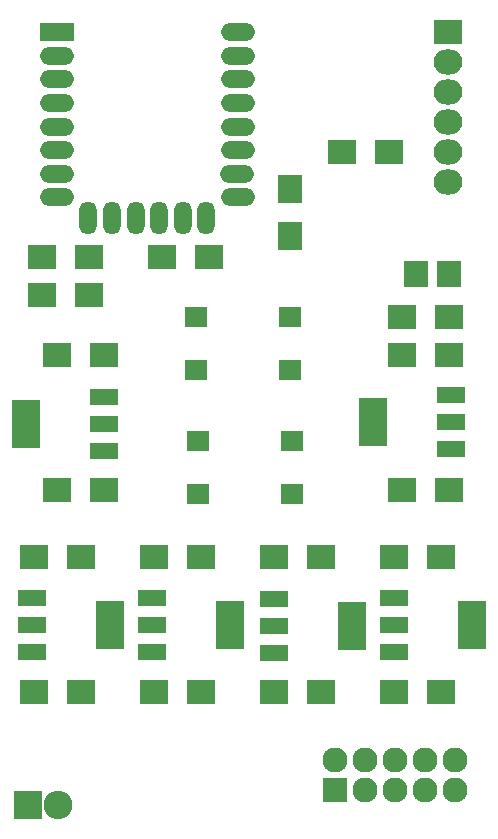
<source format=gts>
G04 #@! TF.FileFunction,Soldermask,Top*
%FSLAX46Y46*%
G04 Gerber Fmt 4.6, Leading zero omitted, Abs format (unit mm)*
G04 Created by KiCad (PCBNEW 4.0.2-stable) date Monday, 05 December 2016 'pmt' 11:41:00 pm*
%MOMM*%
G01*
G04 APERTURE LIST*
%ADD10C,0.100000*%
%ADD11R,2.400000X2.000000*%
%ADD12R,1.997660X2.200860*%
%ADD13R,2.432000X4.057600*%
%ADD14R,2.432000X1.416000*%
%ADD15R,2.432000X2.432000*%
%ADD16O,2.432000X2.432000*%
%ADD17R,2.127200X2.127200*%
%ADD18O,2.127200X2.127200*%
%ADD19R,2.432000X2.127200*%
%ADD20O,2.432000X2.127200*%
%ADD21R,2.400000X2.100000*%
%ADD22R,2.100000X2.400000*%
%ADD23R,1.950000X1.700000*%
%ADD24R,2.900000X1.500000*%
%ADD25O,2.900000X1.500000*%
%ADD26O,1.500000X2.800000*%
G04 APERTURE END LIST*
D10*
D11*
X171355000Y-95250000D03*
X175355000Y-95250000D03*
X146145000Y-106680000D03*
X142145000Y-106680000D03*
X146145000Y-95250000D03*
X142145000Y-95250000D03*
X175355000Y-106680000D03*
X171355000Y-106680000D03*
X151035000Y-86995000D03*
X155035000Y-86995000D03*
D12*
X175409860Y-88420362D03*
X172570140Y-88420362D03*
D13*
X168910000Y-100965000D03*
D14*
X175514000Y-100965000D03*
X175514000Y-98679000D03*
X175514000Y-103251000D03*
D13*
X139573000Y-101092000D03*
D14*
X146177000Y-101092000D03*
X146177000Y-98806000D03*
X146177000Y-103378000D03*
D15*
X139700000Y-133350000D03*
D16*
X142240000Y-133350000D03*
D17*
X165735000Y-132080000D03*
D18*
X165735000Y-129540000D03*
X168275000Y-132080000D03*
X168275000Y-129540000D03*
X170815000Y-132080000D03*
X170815000Y-129540000D03*
X173355000Y-132080000D03*
X173355000Y-129540000D03*
X175895000Y-132080000D03*
X175895000Y-129540000D03*
D19*
X175260000Y-67945000D03*
D20*
X175260000Y-70485000D03*
X175260000Y-73025000D03*
X175260000Y-75565000D03*
X175260000Y-78105000D03*
X175260000Y-80645000D03*
D13*
X167132000Y-118237000D03*
D14*
X160528000Y-118237000D03*
X160528000Y-120523000D03*
X160528000Y-115951000D03*
D13*
X177292000Y-118110000D03*
D14*
X170688000Y-118110000D03*
X170688000Y-120396000D03*
X170688000Y-115824000D03*
D13*
X146685000Y-118110000D03*
D14*
X140081000Y-118110000D03*
X140081000Y-120396000D03*
X140081000Y-115824000D03*
D13*
X156845000Y-118110000D03*
D14*
X150241000Y-118110000D03*
X150241000Y-120396000D03*
X150241000Y-115824000D03*
D21*
X160560000Y-123825000D03*
X164560000Y-123825000D03*
X160560000Y-112395000D03*
X164560000Y-112395000D03*
X170720000Y-123825000D03*
X174720000Y-123825000D03*
X170720000Y-112395000D03*
X174720000Y-112395000D03*
X140240000Y-123825000D03*
X144240000Y-123825000D03*
X140240000Y-112395000D03*
X144240000Y-112395000D03*
X150400000Y-123825000D03*
X154400000Y-123825000D03*
X150400000Y-112395000D03*
X154400000Y-112395000D03*
X175355000Y-92075000D03*
X171355000Y-92075000D03*
X140875000Y-86995000D03*
X144875000Y-86995000D03*
X140875000Y-90170000D03*
X144875000Y-90170000D03*
X170275000Y-78105000D03*
X166275000Y-78105000D03*
D22*
X161925000Y-85185000D03*
X161925000Y-81185000D03*
D23*
X153975000Y-92075000D03*
X161925000Y-92075000D03*
X153975000Y-96575000D03*
X161925000Y-96575000D03*
X154140000Y-102525000D03*
X162090000Y-102525000D03*
X154140000Y-107025000D03*
X162090000Y-107025000D03*
D24*
X142145000Y-67945000D03*
D25*
X142145000Y-69945000D03*
X142145000Y-71945000D03*
X142145000Y-73945000D03*
X142145000Y-75945000D03*
X142145000Y-77945000D03*
X142145000Y-79945000D03*
X142145000Y-81945000D03*
D26*
X144835000Y-83695000D03*
X146835000Y-83695000D03*
X148835000Y-83695000D03*
X150835000Y-83695000D03*
X152835000Y-83695000D03*
X154835000Y-83695000D03*
D25*
X157545000Y-81945000D03*
X157445000Y-79945000D03*
X157545000Y-77945000D03*
X157545000Y-75945000D03*
X157545000Y-73945000D03*
X157545000Y-71945000D03*
X157545000Y-69945000D03*
X157545000Y-67945000D03*
M02*

</source>
